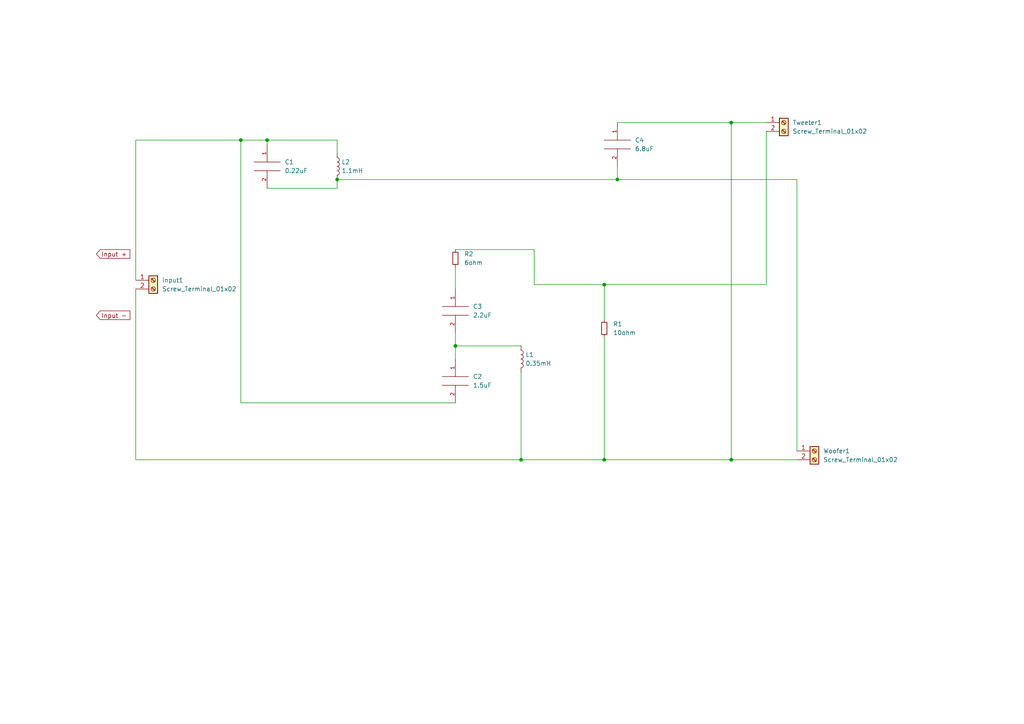
<source format=kicad_sch>
(kicad_sch (version 20211123) (generator eeschema)
  (paper "A4")
  (lib_symbols
    (symbol "Connector:Screw_Terminal_01x02" (pin_names (offset 1.016) hide)
      (property "Reference" "J" (at 0 2.54 0))
      (property "Value" "Screw_Terminal_01x02" (at 0 -5.08 0))
      (symbol "Screw_Terminal_01x02_1_1"
        (rectangle (start -1.27 1.27) (end 1.27 -3.81) (stroke (width 0.254)) (fill (type background)))
        (circle (center 0 -2.54) (radius 0.635) (stroke (width 0.1524)))
        (polyline (pts (xy -0.5334 -2.2098) (xy 0.3302 -3.048)) (stroke (width 0.1524)))
        (polyline (pts (xy -0.5334 0.3302) (xy 0.3302 -0.508)) (stroke (width 0.1524)))
        (polyline (pts (xy -0.3556 -2.032) (xy 0.508 -2.8702)) (stroke (width 0.1524)))
        (polyline (pts (xy -0.3556 0.508) (xy 0.508 -0.3302)) (stroke (width 0.1524)))
        (circle (center 0 0) (radius 0.635) (stroke (width 0.1524)))
        (pin passive line (at -5.08 0 0) (length 3.81) (name "Pin_1") (number "1"))
        (pin passive line (at -5.08 -2.54 0) (length 3.81) (name "Pin_2") (number "2"))
      )
    )
    (symbol "Device:L" (pin_numbers hide) (pin_names (offset 1.016) hide)
      (property "Reference" "L" (at -1.27 0 90))
      (property "Value" "L" (at 1.905 0 90))
      (symbol "L_0_1"
        (arc (start 0 -2.54) (mid 0.635 -1.905) (end 0 -1.27))
        (arc (start 0 -1.27) (mid 0.635 -0.635) (end 0 0))
        (arc (start 0 0) (mid 0.635 0.635) (end 0 1.27))
        (arc (start 0 1.27) (mid 0.635 1.905) (end 0 2.54))
      )
      (symbol "L_1_1"
        (pin passive line (at 0 3.81 270) (length 1.27) (name "1") (number "1"))
        (pin passive line (at 0 -3.81 90) (length 1.27) (name "2") (number "2"))
      )
    )
    (symbol "Device:R_Small" (pin_numbers hide) (pin_names (offset 0.254) hide)
      (property "Reference" "R" (at 0.762 0.508 0))
      (property "Value" "R_Small" (at 0.762 -1.016 0))
      (symbol "R_Small_0_1"
        (rectangle (start -0.762 1.778) (end 0.762 -1.778) (stroke (width 0.2032)))
      )
      (symbol "R_Small_1_1"
        (pin passive line (at 0 2.54 270) (length 0.762) (name "~") (number "1"))
        (pin passive line (at 0 -2.54 90) (length 0.762) (name "~") (number "2"))
      )
    )
    (symbol "Screw_Terminal_01x02_1" (pin_names (offset 1.016) hide)
      (property "Reference" "J" (at 0 2.54 0))
      (property "Value" "Screw_Terminal_01x02_1" (at 0 -5.08 0))
      (symbol "Screw_Terminal_01x02_1_1_1"
        (rectangle (start -1.27 1.27) (end 1.27 -3.81) (stroke (width 0.254)) (fill (type background)))
        (circle (center 0 -2.54) (radius 0.635) (stroke (width 0.1524)))
        (polyline (pts (xy -0.5334 -2.2098) (xy 0.3302 -3.048)) (stroke (width 0.1524)))
        (polyline (pts (xy -0.5334 0.3302) (xy 0.3302 -0.508)) (stroke (width 0.1524)))
        (polyline (pts (xy -0.3556 -2.032) (xy 0.508 -2.8702)) (stroke (width 0.1524)))
        (polyline (pts (xy -0.3556 0.508) (xy 0.508 -0.3302)) (stroke (width 0.1524)))
        (circle (center 0 0) (radius 0.635) (stroke (width 0.1524)))
        (pin passive line (at -5.08 0 0) (length 3.81) (name "Pin_1") (number "1"))
        (pin passive line (at -5.08 -2.54 0) (length 3.81) (name "Pin_2") (number "2"))
      )
    )
    (symbol "pspice:CAP" (pin_names (offset 0.254))
      (property "Reference" "C" (at 2.54 3.81 90))
      (property "Value" "CAP" (at 2.54 -3.81 90))
      (symbol "CAP_0_1"
        (polyline (pts (xy -3.81 -1.27) (xy 3.81 -1.27)))
        (polyline (pts (xy -3.81 1.27) (xy 3.81 1.27)))
      )
      (symbol "CAP_1_1"
        (pin passive line (at 0 6.35 270) (length 5.08) (name "~") (number "1"))
        (pin passive line (at 0 -6.35 90) (length 5.08) (name "~") (number "2"))
      )
    )
  )
  (junction (at 97.79 52.07))
  (junction (at 151.13 133.35))
  (junction (at 212.09 133.35))
  (junction (at 175.26 133.35))
  (junction (at 77.47 40.64))
  (junction (at 69.85 40.64))
  (junction (at 132.08 100.33))
  (junction (at 212.09 35.56))
  (junction (at 179.07 52.07))
  (junction (at 175.26 82.55))
  (wire (pts (xy 212.09 133.35) (xy 231.14 133.35)))
  (wire (pts (xy 69.85 116.84) (xy 69.85 40.64)))
  (wire (pts (xy 151.13 133.35) (xy 175.26 133.35)))
  (wire (pts (xy 132.08 100.33) (xy 151.13 100.33)))
  (wire (pts (xy 175.26 82.55) (xy 222.25 82.55)))
  (wire (pts (xy 132.08 116.84) (xy 69.85 116.84)))
  (wire (pts (xy 97.79 52.07) (xy 97.79 54.61)))
  (wire (pts (xy 175.26 92.71) (xy 175.26 82.55)))
  (wire (pts (xy 154.94 82.55) (xy 154.94 72.39)))
  (wire (pts (xy 175.26 82.55) (xy 154.94 82.55)))
  (wire (pts (xy 132.08 77.47) (xy 132.08 83.82)))
  (wire (pts (xy 179.07 35.56) (xy 212.09 35.56)))
  (wire (pts (xy 97.79 54.61) (xy 77.47 54.61)))
  (wire (pts (xy 222.25 82.55) (xy 222.25 38.1)))
  (wire (pts (xy 175.26 97.79) (xy 175.26 133.35)))
  (wire (pts (xy 97.79 52.07) (xy 179.07 52.07)))
  (wire (pts (xy 77.47 40.64) (xy 97.79 40.64)))
  (wire (pts (xy 132.08 96.52) (xy 132.08 100.33)))
  (wire (pts (xy 39.37 133.35) (xy 151.13 133.35)))
  (wire (pts (xy 39.37 81.28) (xy 39.37 40.64)))
  (wire (pts (xy 231.14 130.81) (xy 231.14 52.07)))
  (wire (pts (xy 212.09 35.56) (xy 222.25 35.56)))
  (wire (pts (xy 179.07 52.07) (xy 231.14 52.07)))
  (wire (pts (xy 212.09 133.35) (xy 212.09 35.56)))
  (wire (pts (xy 179.07 48.26) (xy 179.07 52.07)))
  (wire (pts (xy 151.13 107.95) (xy 151.13 133.35)))
  (wire (pts (xy 69.85 40.64) (xy 77.47 40.64)))
  (wire (pts (xy 97.79 40.64) (xy 97.79 44.45)))
  (wire (pts (xy 154.94 72.39) (xy 132.08 72.39)))
  (wire (pts (xy 175.26 133.35) (xy 212.09 133.35)))
  (wire (pts (xy 132.08 100.33) (xy 132.08 104.14)))
  (wire (pts (xy 39.37 40.64) (xy 69.85 40.64)))
  (wire (pts (xy 77.47 40.64) (xy 77.47 41.91)))
  (wire (pts (xy 39.37 83.82) (xy 39.37 133.35)))
  (global_label "Input +" (shape input) (at 27.94 73.66 0) (property "Intersheet References" "${INTERSHEET_REFS}" (effects hide)))
  (global_label "Input -" (shape input) (at 27.94 91.44 0) (property "Intersheet References" "${INTERSHEET_REFS}" (effects hide)))
  (symbol (lib_id "Device:L") (at 151.13 104.14 0) (unit 1)
    (property "Reference" "L1" (at 152.4 102.8699 0) (effects (justify left)))
    (property "Value" "0.35mH" (at 152.4 105.4099 0) (effects (justify left)))
    (property "Footprint" "Inductor_THT:L_Toroid_Vertical_L31.8mm_W15.9mm_P13.50mm_Bourns_5700" (effects hide))
  )
  (symbol (lib_id "Device:L") (at 97.79 48.26 0) (unit 1)
    (property "Reference" "L2" (at 99.06 46.9899 0) (effects (justify left)))
    (property "Value" "1.1mH" (at 99.06 49.5299 0) (effects (justify left)))
    (property "Footprint" "Inductor_THT:L_Toroid_Horizontal_D41.9mm_P37.60mm_Vishay_TJ7" (effects hide))
  )
  (symbol (lib_id "Connector:Screw_Terminal_01x02") (at 227.33 35.56 0) (unit 1)
    (property "Reference" "Tweeter1" (at 229.87 35.5599 0) (effects (justify left)))
    (property "Value" "Screw_Terminal_01x02" (at 229.87 38.0999 0) (effects (justify left)))
    (property "Footprint" "TerminalBlock_Phoenix:TerminalBlock_Phoenix_MKDS-1,5-2-5.08_1x02_P5.08mm_Horizontal" (effects hide))
  )
  (symbol (lib_id "pspice:CAP") (at 77.47 48.26 0) (unit 1)
    (property "Reference" "C1" (at 82.55 46.9899 0) (effects (justify left)))
    (property "Value" "0.22uF" (at 82.55 49.5299 0) (effects (justify left)))
    (property "Footprint" "Capacitor_THT:C_Axial_L19.0mm_D7.5mm_P25.00mm_Horizontal" (effects hide))
  )
  (symbol (lib_name "Screw_Terminal_01x02_1") (lib_id "Connector:Screw_Terminal_01x02") (at 44.45 81.28 0) (unit 1)
    (property "Reference" "Input1" (at 46.99 81.2799 0) (effects (justify left)))
    (property "Value" "Screw_Terminal_01x02" (at 46.99 83.8199 0) (effects (justify left)))
    (property "Footprint" "TerminalBlock_Phoenix:TerminalBlock_Phoenix_MKDS-1,5-2-5.08_1x02_P5.08mm_Horizontal" (effects hide))
  )
  (symbol (lib_id "Connector:Screw_Terminal_01x02") (at 236.22 130.81 0) (unit 1)
    (property "Reference" "Woofer1" (at 238.76 130.8099 0) (effects (justify left)))
    (property "Value" "Screw_Terminal_01x02" (at 238.76 133.3499 0) (effects (justify left)))
    (property "Footprint" "TerminalBlock_Phoenix:TerminalBlock_Phoenix_MKDS-1,5-2-5.08_1x02_P5.08mm_Horizontal" (effects hide))
  )
  (symbol (lib_id "pspice:CAP") (at 179.07 41.91 0) (unit 1)
    (property "Reference" "C4" (at 184.15 40.6399 0) (effects (justify left)))
    (property "Value" "6.8uF" (at 184.15 43.1799 0) (effects (justify left)))
    (property "Footprint" "Capacitor_THT:CP_Axial_L46.0mm_D20.0mm_P52.00mm_Horizontal" (effects hide))
  )
  (symbol (lib_id "Device:R_Small") (at 175.26 95.25 0) (unit 1)
    (property "Reference" "R1" (at 177.8 93.9799 0) (effects (justify left)))
    (property "Value" "10ohm" (at 177.8 96.5199 0) (effects (justify left)))
    (property "Footprint" "Resistor_THT:R_Axial_Power_L48.0mm_W12.5mm_P55.88mm" (effects hide))
  )
  (symbol (lib_id "Device:R_Small") (at 132.08 74.93 0) (unit 1)
    (property "Reference" "R2" (at 134.62 73.6599 0) (effects (justify left)))
    (property "Value" "6ohm" (at 134.62 76.1999 0) (effects (justify left)))
    (property "Footprint" "Resistor_THT:R_Axial_Power_L48.0mm_W12.5mm_P55.88mm" (effects hide))
  )
  (symbol (lib_id "pspice:CAP") (at 132.08 110.49 0) (unit 1)
    (property "Reference" "C2" (at 137.16 109.2199 0) (effects (justify left)))
    (property "Value" "1.5uF" (at 137.16 111.7599 0) (effects (justify left)))
    (property "Footprint" "Capacitor_THT:CP_Axial_L37.0mm_D13.0mm_P43.00mm_Horizontal" (effects hide))
  )
  (symbol (lib_id "pspice:CAP") (at 132.08 90.17 0) (unit 1)
    (property "Reference" "C3" (at 137.16 88.8999 0) (effects (justify left)))
    (property "Value" "2.2uF" (at 137.16 91.4399 0) (effects (justify left)))
    (property "Footprint" "Capacitor_THT:CP_Axial_L37.0mm_D13.0mm_P43.00mm_Horizontal" (effects hide))
  )
)
</source>
